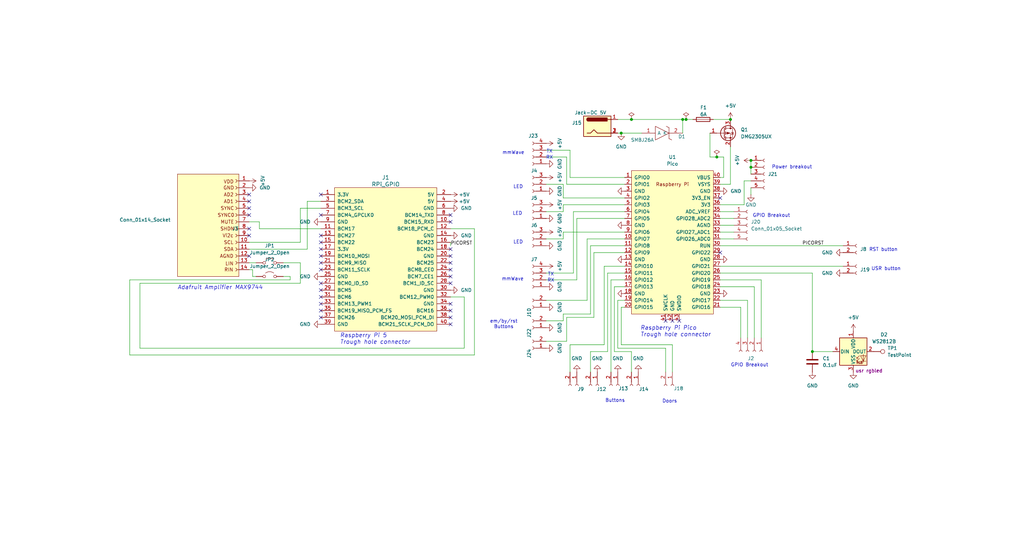
<source format=kicad_sch>
(kicad_sch (version 20231120) (generator "eeschema") (generator_version "8.0")
  (paper "User" 381 203.2)
  (title_block (title "Scan2Go RPI-HAT") (date "2024-04-26") (rev "V0.1") (company "Casper R. Tak"))
  (lib_symbols
    (symbol "Connector:Conn_01x02_Socket" (pin_names (offset 1.016) hide)
      (property "Reference" "J" (at 0 2.54 0))
      (property "Value" "Conn_01x02_Socket" (at 0 -5.08 0))
      (symbol "Conn_01x02_Socket_1_1"
        (pin passive line (at -5.08 0 0) (length 3.81) (name "Pin_1") (number "1"))
        (pin passive line (at -5.08 -2.54 0) (length 3.81) (name "Pin_2") (number "2"))
      )
    )
    (symbol "Connector:Conn_01x03_Socket" (pin_names (offset 1.016) hide)
      (property "Reference" "J" (at 0 5.08 0))
      (property "Value" "Conn_01x03_Socket" (at 0 -5.08 0))
      (symbol "Conn_01x03_Socket_1_1"
        (pin passive line (at -5.08 2.54 0) (length 3.81) (name "Pin_1") (number "1"))
        (pin passive line (at -5.08 0 0) (length 3.81) (name "Pin_2") (number "2"))
        (pin passive line (at -5.08 -2.54 0) (length 3.81) (name "Pin_3") (number "3"))
      )
    )
    (symbol "Connector:Conn_01x04_Socket" (pin_names (offset 1.016) hide)
      (property "Reference" "J" (at 0 5.08 0))
      (property "Value" "Conn_01x04_Socket" (at 0 -7.62 0))
      (symbol "Conn_01x04_Socket_1_1"
        (pin passive line (at -5.08 2.54 0) (length 3.81) (name "Pin_1") (number "1"))
        (pin passive line (at -5.08 0 0) (length 3.81) (name "Pin_2") (number "2"))
        (pin passive line (at -5.08 -2.54 0) (length 3.81) (name "Pin_3") (number "3"))
        (pin passive line (at -5.08 -5.08 0) (length 3.81) (name "Pin_4") (number "4"))
      )
    )
    (symbol "Connector:Conn_01x05_Socket" (pin_names (offset 1.016) hide)
      (property "Reference" "J" (at 0 7.62 0))
      (property "Value" "Conn_01x05_Socket" (at 0 -7.62 0))
      (symbol "Conn_01x05_Socket_1_1"
        (pin passive line (at -5.08 5.08 0) (length 3.81) (name "Pin_1") (number "1"))
        (pin passive line (at -5.08 2.54 0) (length 3.81) (name "Pin_2") (number "2"))
        (pin passive line (at -5.08 0 0) (length 3.81) (name "Pin_3") (number "3"))
        (pin passive line (at -5.08 -2.54 0) (length 3.81) (name "Pin_4") (number "4"))
        (pin passive line (at -5.08 -5.08 0) (length 3.81) (name "Pin_5") (number "5"))
      )
    )
    (symbol "Connector:Conn_01x14_Socket" (pin_names (offset 1.016) hide)
      (property "Reference" "J3" (at 29.21 -3.8099 0))
      (property "Value" "Conn_01x14_Socket" (at 29.21 -6.3499 0))
      (symbol "Conn_01x14_Socket_1_1"
        (text "AD1\n" (at 27.94 6.35 0) (effects (font (size 1.27 1.27))))
        (text "AD2" (at 27.94 8.89 0) (effects (font (size 1.27 1.27))))
        (text "AGND" (at 27.178 -13.97 0) (effects (font (size 1.27 1.27))))
        (text "GND\n" (at 27.94 11.43 0) (effects (font (size 1.27 1.27))))
        (text "LIN" (at 28.194 -16.764 0) (effects (font (size 1.27 1.27))))
        (text "MUTE" (at 27.432 -1.27 0) (effects (font (size 1.27 1.27))))
        (text "RIN" (at 27.94 -19.05 0) (effects (font (size 1.27 1.27))))
        (text "SCL" (at 27.94 -8.89 0) (effects (font (size 1.27 1.27))))
        (text "SDA" (at 27.94 -11.43 0) (effects (font (size 1.27 1.27))))
        (text "SHDN" (at 27.432 -3.81 0) (effects (font (size 1.27 1.27))))
        (text "SYNC\n" (at 27.432 3.81 0) (effects (font (size 1.27 1.27))))
        (text "SYNC0" (at 26.924 1.27 0) (effects (font (size 1.27 1.27))))
        (text "VDD\n" (at 27.94 13.716 0) (effects (font (size 1.27 1.27))))
        (text "Vi2c" (at 27.686 -6.35 0) (effects (font (size 1.27 1.27))))
        (pin passive line (at 35.56 13.97 180) (length 3.81) (name "VDD") (number "1"))
        (pin passive line (at 35.56 -8.89 180) (length 3.81) (name "SCL") (number "10"))
        (pin passive line (at 35.56 -11.43 180) (length 3.81) (name "SDA") (number "11"))
        (pin passive line (at 35.56 -13.97 180) (length 3.81) (name "AGND") (number "12"))
        (pin passive line (at 35.56 -16.51 180) (length 3.81) (name "LIN") (number "13"))
        (pin passive line (at 35.56 -19.05 180) (length 3.81) (name "RIN") (number "14"))
        (pin passive line (at 35.56 11.43 180) (length 3.81) (name "GND") (number "2"))
        (pin passive line (at 35.56 8.89 180) (length 3.81) (name "AD2") (number "3"))
        (pin passive line (at 35.56 6.35 180) (length 3.81) (name "AD1") (number "4"))
        (pin passive line (at 35.56 3.81 180) (length 3.81) (name "SYNC") (number "5"))
        (pin passive line (at 35.56 1.27 180) (length 3.81) (name "SYNC0") (number "6"))
        (pin passive line (at 35.56 -1.27 180) (length 3.81) (name "MUTE") (number "7"))
        (pin passive line (at 35.56 -3.81 180) (length 3.81) (name "SHDN") (number "8"))
        (pin passive line (at 35.56 -6.35 180) (length 3.81) (name "Vi2c") (number "9"))
      )
    )
    (symbol "Connector:Jack-DC" (pin_names (offset 1.016))
      (property "Reference" "J5" (at -6.35 0 0))
      (property "Value" "Jack-DC 12V+" (at -2.54 5.08 0))
      (symbol "Jack-DC_1_1"
        (pin passive line (at 7.62 2.54 180) (length 2.54) (name "~") (number "1"))
        (pin passive line (at 7.62 -2.54 180) (length 2.54) (name "~") (number "2"))
        (pin passive line (at 7.62 -2.54 180) (length 2.54) (name "~") (number "3"))
      )
    )
    (symbol "Connector:TestPoint" (pin_numbers hide) (pin_names (offset 0.762) hide)
      (property "Reference" "TP" (at 0 6.858 0))
      (property "Value" "TestPoint" (at 0 5.08 0))
      (symbol "TestPoint_1_1"
        (pin passive line (at 0 0 90) (length 2.54) (name "1") (number "1"))
      )
    )
    (symbol "Device:C" (pin_numbers hide) (pin_names (offset 0.254))
      (property "Reference" "C" (at 0.635 2.54 0))
      (property "Value" "C" (at 0.635 -2.54 0))
      (symbol "C_1_1"
        (pin passive line (at 0 3.81 270) (length 2.794) (name "~") (number "1"))
        (pin passive line (at 0 -3.81 90) (length 2.794) (name "~") (number "2"))
      )
    )
    (symbol "Device:Fuse" (pin_numbers hide) (pin_names (offset 0))
      (property "Reference" "F" (at 2.032 0 90))
      (property "Value" "Fuse" (at -1.905 0 90))
      (symbol "Fuse_1_1"
        (pin passive line (at 0 3.81 270) (length 1.27) (name "~") (number "1"))
        (pin passive line (at 0 -3.81 90) (length 1.27) (name "~") (number "2"))
      )
    )
    (symbol "Jumper:Jumper_2_Open" (pin_numbers hide) (pin_names (offset 0) hide) (exclude_from_sim yes)
      (property "Reference" "JP" (at 0 2.794 0))
      (property "Value" "Jumper_2_Open" (at 0 -2.286 0))
      (symbol "Jumper_2_Open_1_1"
        (pin passive line (at -5.08 0 0) (length 2.54) (name "A") (number "1"))
        (pin passive line (at 5.08 0 180) (length 2.54) (name "B") (number "2"))
      )
    )
    (symbol "LED:WS2812B" (pin_names (offset 0.254))
      (property "Reference" "D" (at 5.08 5.715 0))
      (property "Value" "WS2812B" (at 1.27 -5.715 0))
      (symbol "WS2812B_0_0"
        (text "RGB" (at 2.286 -4.191 0) (effects (font (size 0.762 0.762))))
      )
      (symbol "WS2812B_1_1"
        (pin power_in line (at 0 7.62 270) (length 2.54) (name "VDD") (number "1"))
        (pin output line (at 7.62 0 180) (length 2.54) (name "DOUT") (number "2"))
        (pin power_in line (at 0 -7.62 90) (length 2.54) (name "VSS") (number "3"))
        (pin input line (at -7.62 0 0) (length 2.54) (name "DIN") (number "4"))
      )
    )
    (symbol "MCU_RaspberryPi_and_Boards:Pico" (pin_names (offset 1.016))
      (property "Reference" "U1" (at 0 31.75 0))
      (property "Value" "Pico" (at 0 29.21 0))
      (symbol "Pico_0_0"
        (text "Raspberry Pi" (at 0 21.59 0) (effects (font (size 1.27 1.27))))
      )
      (symbol "Pico_1_1"
        (pin bidirectional line (at -17.78 24.13 0) (length 2.54) (name "GPIO0") (number "1"))
        (pin bidirectional line (at -17.78 1.27 0) (length 2.54) (name "GPIO7") (number "10"))
        (pin bidirectional line (at -17.78 -1.27 0) (length 2.54) (name "GPIO8") (number "11"))
        (pin bidirectional line (at -17.78 -3.81 0) (length 2.54) (name "GPIO9") (number "12"))
        (pin power_in line (at -17.78 -6.35 0) (length 2.54) (name "GND") (number "13"))
        (pin bidirectional line (at -17.78 -8.89 0) (length 2.54) (name "GPIO10") (number "14"))
        (pin bidirectional line (at -17.78 -11.43 0) (length 2.54) (name "GPIO11") (number "15"))
        (pin bidirectional line (at -17.78 -13.97 0) (length 2.54) (name "GPIO12") (number "16"))
        (pin bidirectional line (at -17.78 -16.51 0) (length 2.54) (name "GPIO13") (number "17"))
        (pin power_in line (at -17.78 -19.05 0) (length 2.54) (name "GND") (number "18"))
        (pin bidirectional line (at -17.78 -21.59 0) (length 2.54) (name "GPIO14") (number "19"))
        (pin bidirectional line (at -17.78 21.59 0) (length 2.54) (name "GPIO1") (number "2"))
        (pin bidirectional line (at -17.78 -24.13 0) (length 2.54) (name "GPIO15") (number "20"))
        (pin bidirectional line (at 17.78 -24.13 180) (length 2.54) (name "GPIO16") (number "21"))
        (pin bidirectional line (at 17.78 -21.59 180) (length 2.54) (name "GPIO17") (number "22"))
        (pin power_in line (at 17.78 -19.05 180) (length 2.54) (name "GND") (number "23"))
        (pin bidirectional line (at 17.78 -16.51 180) (length 2.54) (name "GPIO18") (number "24"))
        (pin bidirectional line (at 17.78 -13.97 180) (length 2.54) (name "GPIO19") (number "25"))
        (pin bidirectional line (at 17.78 -11.43 180) (length 2.54) (name "GPIO20") (number "26"))
        (pin bidirectional line (at 17.78 -8.89 180) (length 2.54) (name "GPIO21") (number "27"))
        (pin power_in line (at 17.78 -6.35 180) (length 2.54) (name "GND") (number "28"))
        (pin bidirectional line (at 17.78 -3.81 180) (length 2.54) (name "GPIO22") (number "29"))
        (pin power_in line (at -17.78 19.05 0) (length 2.54) (name "GND") (number "3"))
        (pin input line (at 17.78 -1.27 180) (length 2.54) (name "RUN") (number "30"))
        (pin bidirectional line (at 17.78 1.27 180) (length 2.54) (name "GPIO26_ADC0") (number "31"))
        (pin bidirectional line (at 17.78 3.81 180) (length 2.54) (name "GPIO27_ADC1") (number "32"))
        (pin power_in line (at 17.78 6.35 180) (length 2.54) (name "AGND") (number "33"))
        (pin bidirectional line (at 17.78 8.89 180) (length 2.54) (name "GPIO28_ADC2") (number "34"))
        (pin unspecified line (at 17.78 11.43 180) (length 2.54) (name "ADC_VREF") (number "35"))
        (pin unspecified line (at 17.78 13.97 180) (length 2.54) (name "3V3") (number "36"))
        (pin input line (at 17.78 16.51 180) (length 2.54) (name "3V3_EN") (number "37"))
        (pin bidirectional line (at 17.78 19.05 180) (length 2.54) (name "GND") (number "38"))
        (pin unspecified line (at 17.78 21.59 180) (length 2.54) (name "VSYS") (number "39"))
        (pin bidirectional line (at -17.78 16.51 0) (length 2.54) (name "GPIO2") (number "4"))
        (pin unspecified line (at 17.78 24.13 180) (length 2.54) (name "VBUS") (number "40"))
        (pin input line (at -2.54 -29.21 90) (length 2.54) (name "SWCLK") (number "41"))
        (pin power_in line (at 0 -29.21 90) (length 2.54) (name "GND") (number "42"))
        (pin bidirectional line (at 2.54 -29.21 90) (length 2.54) (name "SWDIO") (number "43"))
        (pin bidirectional line (at -17.78 13.97 0) (length 2.54) (name "GPIO3") (number "5"))
        (pin bidirectional line (at -17.78 11.43 0) (length 2.54) (name "GPIO4") (number "6"))
        (pin bidirectional line (at -17.78 8.89 0) (length 2.54) (name "GPIO5") (number "7"))
        (pin power_in line (at -17.78 6.35 0) (length 2.54) (name "GND") (number "8"))
        (pin bidirectional line (at -17.78 3.81 0) (length 2.54) (name "GPIO6") (number "9"))
      )
    )
    (symbol "RPi_GPIO_1" (pin_names (offset 1.016))
      (property "Reference" "J1" (at 19.05 6.35 0))
      (property "Value" "RPi_GPIO" (at 19.05 3.81 0))
      (symbol "RPi_GPIO_1_1_1"
        (pin power_in line (at -5.08 0 0) (length 5.08) (name "3.3V") (number "1"))
        (pin bidirectional line (at 43.18 -10.16 180) (length 5.08) (name "BCM15_RXD") (number "10"))
        (pin bidirectional line (at -5.08 -12.7 0) (length 5.08) (name "BCM17") (number "11"))
        (pin bidirectional line (at 43.18 -12.7 180) (length 5.08) (name "BCM18_PCM_C") (number "12"))
        (pin bidirectional line (at -5.08 -15.24 0) (length 5.08) (name "BCM27") (number "13"))
        (pin power_in line (at 43.18 -15.24 180) (length 5.08) (name "GND") (number "14"))
        (pin bidirectional line (at -5.08 -17.78 0) (length 5.08) (name "BCM22") (number "15"))
        (pin bidirectional line (at 43.18 -17.78 180) (length 5.08) (name "BCM23") (number "16"))
        (pin power_in line (at -5.08 -20.32 0) (length 5.08) (name "3.3V") (number "17"))
        (pin bidirectional line (at 43.18 -20.32 180) (length 5.08) (name "BCM24") (number "18"))
        (pin bidirectional line (at -5.08 -22.86 0) (length 5.08) (name "BCM10_MOSI") (number "19"))
        (pin power_in line (at 43.18 0 180) (length 5.08) (name "5V") (number "2"))
        (pin power_in line (at 43.18 -22.86 180) (length 5.08) (name "GND") (number "20"))
        (pin bidirectional line (at -5.08 -25.4 0) (length 5.08) (name "BCM9_MISO") (number "21"))
        (pin bidirectional line (at 43.18 -25.4 180) (length 5.08) (name "BCM25") (number "22"))
        (pin bidirectional line (at -5.08 -27.94 0) (length 5.08) (name "BCM11_SCLK") (number "23"))
        (pin bidirectional line (at 43.18 -27.94 180) (length 5.08) (name "BCM8_CE0") (number "24"))
        (pin power_in line (at -5.08 -30.48 0) (length 5.08) (name "GND") (number "25"))
        (pin bidirectional line (at 43.18 -30.48 180) (length 5.08) (name "BCM7_CE1") (number "26"))
        (pin bidirectional line (at -5.08 -33.02 0) (length 5.08) (name "BCM0_ID_SD") (number "27"))
        (pin bidirectional line (at 43.18 -33.02 180) (length 5.08) (name "BCM1_ID_SC") (number "28"))
        (pin bidirectional line (at -5.08 -35.56 0) (length 5.08) (name "BCM5") (number "29"))
        (pin bidirectional line (at -5.08 -2.54 0) (length 5.08) (name "BCM2_SDA") (number "3"))
        (pin power_in line (at 43.18 -35.56 180) (length 5.08) (name "GND") (number "30"))
        (pin bidirectional line (at -5.08 -38.1 0) (length 5.08) (name "BCM6") (number "31"))
        (pin bidirectional line (at 43.18 -38.1 180) (length 5.08) (name "BCM12_PWM0") (number "32"))
        (pin bidirectional line (at -5.08 -40.64 0) (length 5.08) (name "BCM13_PWM1") (number "33"))
        (pin power_in line (at 43.18 -40.64 180) (length 5.08) (name "GND") (number "34"))
        (pin bidirectional line (at -5.08 -43.18 0) (length 5.08) (name "BCM19_MISO_PCM_FS") (number "35"))
        (pin bidirectional line (at 43.18 -43.18 180) (length 5.08) (name "BCM16") (number "36"))
        (pin bidirectional line (at -5.08 -45.72 0) (length 5.08) (name "BCM26") (number "37"))
        (pin bidirectional line (at 43.18 -45.72 180) (length 5.08) (name "BCM20_MOSI_PCM_DI") (number "38"))
        (pin power_in line (at -5.08 -48.26 0) (length 5.08) (name "GND") (number "39"))
        (pin power_in line (at 43.18 -2.54 180) (length 5.08) (name "5V") (number "4"))
        (pin bidirectional line (at 43.18 -48.26 180) (length 5.08) (name "BCM21_SCLK_PCM_DO") (number "40"))
        (pin bidirectional line (at -5.08 -5.08 0) (length 5.08) (name "BCM3_SCL") (number "5"))
        (pin power_in line (at 43.18 -5.08 180) (length 5.08) (name "GND") (number "6"))
        (pin bidirectional line (at -5.08 -7.62 0) (length 5.08) (name "BCM4_GPCLK0") (number "7"))
        (pin bidirectional line (at 43.18 -7.62 180) (length 5.08) (name "BCM14_TXD") (number "8"))
        (pin power_in line (at -5.08 -10.16 0) (length 5.08) (name "GND") (number "9"))
      )
    )
    (symbol "SamacSys_Parts:SMBJ26A" (pin_names (offset 0.762))
      (property "Reference" "D1" (at -1.016 1.27 0))
      (property "Value" "SMBJ26A" (at 10.668 2.54 0))
      (symbol "SMBJ26A_1_0"
        (pin passive line (at 15.24 0 180) (length 5.08) (name "A") (number "1"))
        (pin passive line (at 0 0 0) (length 5.08) (name "K") (number "2"))
      )
    )
    (symbol "Transistor_FET:DMG2301L" (pin_names hide)
      (property "Reference" "Q" (at 5.08 1.905 0))
      (property "Value" "DMG2301L" (at 5.08 0 0))
      (symbol "DMG2301L_1_1"
        (pin input line (at -5.08 0 0) (length 2.54) (name "G") (number "1"))
        (pin passive line (at 2.54 -5.08 90) (length 2.54) (name "S") (number "2"))
        (pin passive line (at 2.54 5.08 270) (length 2.54) (name "D") (number "3"))
      )
    )
    (symbol "power:+5V" (power) (pin_numbers hide) (pin_names (offset 0) hide)
      (property "Value" "+5V" (at 0 3.556 0))
      (symbol "+5V_1_1"
        (pin power_in line (at 0 0 90) (length 0) (name "~") (number "1"))
      )
    )
    (symbol "power:GND" (power) (pin_numbers hide) (pin_names (offset 0) hide)
      (property "Value" "GND" (at 0 -3.81 0))
      (symbol "GND_1_1"
        (pin power_in line (at 0 0 270) (length 0) (name "~") (number "1"))
      )
    )
    (symbol "power:PWR_FLAG" (power) (pin_numbers hide) (pin_names (offset 0) hide)
      (property "Value" "PWR_FLAG" (at 0 3.81 0))
      (symbol "PWR_FLAG_0_0"
        (pin power_out line (at 0 0 90) (length 0) (name "pwr") (number "1"))
      )
    )
  )
  (junction (at 255.27 44.45))
  (junction (at 254 44.45))
  (junction (at 231.14 49.53))
  (junction (at 302.26 130.81))
  (junction (at 279.4 62.23))
  (junction (at 234.95 44.45))
  (junction (at 266.7 58.42))
  (junction (at 279.4 59.69))
  (junction (at 271.78 44.45))
  (no_connect (at 167.64 80.01))
  (no_connect (at 119.38 115.57))
  (no_connect (at 167.64 95.25))
  (no_connect (at 119.38 90.17))
  (no_connect (at 119.38 97.79))
  (no_connect (at 92.71 72.39))
  (no_connect (at 119.38 110.49))
  (no_connect (at 167.64 118.11))
  (no_connect (at 119.38 87.63))
  (no_connect (at 267.97 73.66))
  (no_connect (at 119.38 113.03))
  (no_connect (at 250.19 119.38))
  (no_connect (at 119.38 80.01))
  (no_connect (at 92.71 77.47))
  (no_connect (at 252.73 119.38))
  (no_connect (at 167.64 120.65))
  (no_connect (at 119.38 92.71))
  (no_connect (at 167.64 92.71))
  (no_connect (at 119.38 100.33))
  (no_connect (at 247.65 119.38))
  (no_connect (at 92.71 95.25))
  (no_connect (at 119.38 105.41))
  (no_connect (at 167.64 100.33))
  (no_connect (at 119.38 107.95))
  (no_connect (at 167.64 102.87))
  (no_connect (at 267.97 93.98))
  (no_connect (at 119.38 118.11))
  (no_connect (at 119.38 72.39))
  (no_connect (at 92.71 87.63))
  (no_connect (at 92.71 85.09))
  (no_connect (at 167.64 115.57))
  (no_connect (at 167.64 105.41))
  (no_connect (at 92.71 80.01))
  (no_connect (at 119.38 95.25))
  (no_connect (at 92.71 74.93))
  (no_connect (at 167.64 82.55))
  (no_connect (at 167.64 113.03))
  (no_connect (at 167.64 97.79))
  (wire (pts (xy 209.55 68.58) (xy 209.55 73.66)))
  (wire (pts (xy 167.64 110.49) (xy 172.72 110.49)))
  (wire (pts (xy 234.95 44.45) (xy 254 44.45)))
  (wire (pts (xy 280.67 106.68) (xy 267.97 106.68)))
  (wire (pts (xy 96.52 85.09) (xy 96.52 82.55)))
  (wire (pts (xy 283.21 125.73) (xy 283.21 104.14)))
  (wire (pts (xy 209.55 86.36) (xy 232.41 86.36)))
  (wire (pts (xy 279.4 62.23) (xy 279.4 64.77)))
  (wire (pts (xy 267.97 66.04) (xy 269.24 66.04)))
  (wire (pts (xy 219.71 138.43) (xy 219.71 130.81)))
  (wire (pts (xy 232.41 111.76) (xy 229.87 111.76)))
  (wire (pts (xy 226.06 130.81) (xy 226.06 101.6)))
  (wire (pts (xy 276.86 76.2) (xy 276.86 67.31)))
  (wire (pts (xy 203.2 111.76) (xy 218.44 111.76)))
  (wire (pts (xy 95.25 97.79) (xy 92.71 97.79)))
  (wire (pts (xy 224.79 128.27) (xy 212.09 128.27)))
  (wire (pts (xy 93.98 100.33) (xy 92.71 100.33)))
  (wire (pts (xy 214.63 81.28) (xy 214.63 104.14)))
  (wire (pts (xy 229.87 111.76) (xy 229.87 129.54)))
  (wire (pts (xy 254 44.45) (xy 255.27 44.45)))
  (wire (pts (xy 111.76 105.41) (xy 111.76 97.79)))
  (wire (pts (xy 114.3 74.93) (xy 119.38 74.93)))
  (wire (pts (xy 267.97 81.28) (xy 273.05 81.28)))
  (wire (pts (xy 278.13 111.76) (xy 267.97 111.76)))
  (wire (pts (xy 229.87 129.54) (xy 247.65 129.54)))
  (wire (pts (xy 250.19 138.43) (xy 250.19 128.27)))
  (wire (pts (xy 267.97 88.9) (xy 273.05 88.9)))
  (wire (pts (xy 269.24 58.42) (xy 266.7 58.42)))
  (wire (pts (xy 275.59 114.3) (xy 267.97 114.3)))
  (wire (pts (xy 247.65 129.54) (xy 247.65 138.43)))
  (wire (pts (xy 218.44 111.76) (xy 218.44 88.9)))
  (wire (pts (xy 227.33 104.14) (xy 232.41 104.14)))
  (wire (pts (xy 105.41 102.87) (xy 107.95 102.87)))
  (wire (pts (xy 48.26 104.14) (xy 48.26 132.08)))
  (wire (pts (xy 203.2 127) (xy 210.82 127)))
  (wire (pts (xy 231.14 49.53) (xy 238.76 49.53)))
  (wire (pts (xy 209.55 119.38) (xy 203.2 119.38)))
  (wire (pts (xy 93.98 102.87) (xy 93.98 100.33)))
  (wire (pts (xy 271.78 54.61) (xy 271.78 68.58)))
  (wire (pts (xy 267.97 78.74) (xy 273.05 78.74)))
  (wire (pts (xy 271.78 68.58) (xy 267.97 68.58)))
  (wire (pts (xy 224.79 99.06) (xy 224.79 128.27)))
  (wire (pts (xy 234.95 138.43) (xy 234.95 130.81)))
  (wire (pts (xy 267.97 91.44) (xy 313.69 91.44)))
  (wire (pts (xy 210.82 58.42) (xy 210.82 68.58)))
  (wire (pts (xy 176.53 132.08) (xy 176.53 85.09)))
  (wire (pts (xy 52.07 129.54) (xy 52.07 105.41)))
  (wire (pts (xy 92.71 92.71) (xy 114.3 92.71)))
  (wire (pts (xy 229.87 44.45) (xy 234.95 44.45)))
  (wire (pts (xy 212.09 55.88) (xy 212.09 66.04)))
  (wire (pts (xy 111.76 97.79) (xy 105.41 97.79)))
  (wire (pts (xy 212.09 128.27) (xy 212.09 138.43)))
  (wire (pts (xy 231.14 128.27) (xy 231.14 114.3)))
  (wire (pts (xy 283.21 104.14) (xy 267.97 104.14)))
  (wire (pts (xy 203.2 68.58) (xy 209.55 68.58)))
  (wire (pts (xy 214.63 104.14) (xy 203.2 104.14)))
  (wire (pts (xy 220.98 93.98) (xy 232.41 93.98)))
  (wire (pts (xy 95.25 102.87) (xy 93.98 102.87)))
  (wire (pts (xy 210.82 118.11) (xy 220.98 118.11)))
  (wire (pts (xy 228.6 106.68) (xy 232.41 106.68)))
  (wire (pts (xy 107.95 102.87) (xy 107.95 104.14)))
  (wire (pts (xy 167.64 85.09) (xy 176.53 85.09)))
  (wire (pts (xy 209.55 116.84) (xy 209.55 119.38)))
  (wire (pts (xy 267.97 76.2) (xy 276.86 76.2)))
  (wire (pts (xy 302.26 130.81) (xy 302.26 101.6)))
  (wire (pts (xy 219.71 91.44) (xy 219.71 116.84)))
  (wire (pts (xy 254 44.45) (xy 254 49.53)))
  (wire (pts (xy 255.27 44.45) (xy 257.81 44.45)))
  (wire (pts (xy 280.67 125.73) (xy 280.67 106.68)))
  (wire (pts (xy 267.97 86.36) (xy 273.05 86.36)))
  (wire (pts (xy 250.19 128.27) (xy 231.14 128.27)))
  (wire (pts (xy 227.33 104.14) (xy 227.33 138.43)))
  (wire (pts (xy 279.4 69.85) (xy 279.4 72.39)))
  (wire (pts (xy 96.52 82.55) (xy 92.71 82.55)))
  (wire (pts (xy 210.82 58.42) (xy 203.2 58.42)))
  (wire (pts (xy 209.55 73.66) (xy 232.41 73.66)))
  (wire (pts (xy 52.07 105.41) (xy 111.76 105.41)))
  (wire (pts (xy 265.43 44.45) (xy 271.78 44.45)))
  (wire (pts (xy 48.26 132.08) (xy 176.53 132.08)))
  (wire (pts (xy 92.71 90.17) (xy 111.76 90.17)))
  (wire (pts (xy 231.14 114.3) (xy 232.41 114.3)))
  (wire (pts (xy 234.95 130.81) (xy 228.6 130.81)))
  (wire (pts (xy 264.16 58.42) (xy 264.16 49.53)))
  (wire (pts (xy 119.38 85.09) (xy 96.52 85.09)))
  (wire (pts (xy 279.4 59.69) (xy 279.4 62.23)))
  (wire (pts (xy 172.72 129.54) (xy 52.07 129.54)))
  (wire (pts (xy 203.2 55.88) (xy 212.09 55.88)))
  (wire (pts (xy 226.06 101.6) (xy 232.41 101.6)))
  (wire (pts (xy 276.86 67.31) (xy 279.4 67.31)))
  (wire (pts (xy 213.36 101.6) (xy 203.2 101.6)))
  (wire (pts (xy 218.44 88.9) (xy 232.41 88.9)))
  (wire (pts (xy 278.13 111.76) (xy 278.13 125.73)))
  (wire (pts (xy 219.71 130.81) (xy 226.06 130.81)))
  (wire (pts (xy 209.55 78.74) (xy 209.55 76.2)))
  (wire (pts (xy 214.63 81.28) (xy 232.41 81.28)))
  (wire (pts (xy 224.79 99.06) (xy 232.41 99.06)))
  (wire (pts (xy 229.87 49.53) (xy 231.14 49.53)))
  (wire (pts (xy 48.26 104.14) (xy 107.95 104.14)))
  (wire (pts (xy 275.59 114.3) (xy 275.59 125.73)))
  (wire (pts (xy 210.82 68.58) (xy 232.41 68.58)))
  (wire (pts (xy 267.97 99.06) (xy 313.69 99.06)))
  (wire (pts (xy 114.3 92.71) (xy 114.3 74.93)))
  (wire (pts (xy 212.09 66.04) (xy 232.41 66.04)))
  (wire (pts (xy 302.26 130.81) (xy 309.88 130.81)))
  (wire (pts (xy 269.24 66.04) (xy 269.24 58.42)))
  (wire (pts (xy 220.98 118.11) (xy 220.98 93.98)))
  (wire (pts (xy 232.41 91.44) (xy 219.71 91.44)))
  (wire (pts (xy 172.72 110.49) (xy 172.72 129.54)))
  (wire (pts (xy 302.26 101.6) (xy 267.97 101.6)))
  (wire (pts (xy 111.76 77.47) (xy 119.38 77.47)))
  (wire (pts (xy 203.2 78.74) (xy 209.55 78.74)))
  (wire (pts (xy 209.55 76.2) (xy 232.41 76.2)))
  (wire (pts (xy 266.7 58.42) (xy 264.16 58.42)))
  (wire (pts (xy 213.36 78.74) (xy 213.36 101.6)))
  (wire (pts (xy 213.36 78.74) (xy 232.41 78.74)))
  (wire (pts (xy 167.64 91.44) (xy 167.64 90.17)))
  (wire (pts (xy 203.2 88.9) (xy 209.55 88.9)))
  (wire (pts (xy 228.6 130.81) (xy 228.6 106.68)))
  (wire (pts (xy 210.82 118.11) (xy 210.82 127)))
  (wire (pts (xy 209.55 116.84) (xy 219.71 116.84)))
  (wire (pts (xy 267.97 83.82) (xy 273.05 83.82)))
  (wire (pts (xy 209.55 88.9) (xy 209.55 86.36)))
  (wire (pts (xy 111.76 90.17) (xy 111.76 77.47)))
  (text "RX\n" (at 204.978 104.394 0) (effects (font (size 1.27 1.27))))
  (text "mmWave\n" (at 190.754 103.886 0) (effects (font (size 1.27 1.27))))
  (text "Adafruit Amplifier MAX9744 " (at 66.04 107.95 0) (effects (font (size 1.524 1.524) (italic yes)) (justify left bottom)))
  (text "LED\n" (at 192.786 69.596 0) (effects (font (size 1.27 1.27))))
  (text "USR button\n" (at 329.692 100.076 0) (effects (font (size 1.27 1.27))))
  (text "Buttons\n" (at 228.854 149.098 0) (effects (font (size 1.27 1.27))))
  (text "GPIO Breakout\n" (at 287.02 80.264 0) (effects (font (size 1.27 1.27))))
  (text "RST button\n" (at 328.676 92.964 0) (effects (font (size 1.27 1.27))))
  (text "LED\n" (at 192.532 79.502 0) (effects (font (size 1.27 1.27))))
  (text "GPIO Breakout\n" (at 278.892 135.89 0) (effects (font (size 1.27 1.27))))
  (text "Doors\n" (at 249.174 149.352 0) (effects (font (size 1.27 1.27))))
  (text "mmWave\n" (at 191.008 56.896 0) (effects (font (size 1.27 1.27))))
  (text "Raspberry Pi Pico\nTrough hole connector" (at 238.252 125.476 0) (effects (font (size 1.524 1.524) (italic yes)) (justify left bottom)))
  (text "TX\n" (at 204.47 56.388 0) (effects (font (size 1.27 1.27))))
  (text "LED\n" (at 192.786 90.17 0) (effects (font (size 1.27 1.27))))
  (text "TX\n" (at 204.978 102.108 0) (effects (font (size 1.27 1.27))))
  (text "Raspberry Pi 5\nTrough hole connector\n" (at 126.492 128.27 0) (effects (font (size 1.524 1.524) (italic yes)) (justify left bottom)))
  (text "em/by/rst\nButtons" (at 187.452 120.65 0) (effects (font (size 1.27 1.27))))
  (text "RX\n" (at 204.47 58.674 0) (effects (font (size 1.27 1.27))))
  (text "Power breakout " (at 295.148 62.23 0) (effects (font (size 1.27 1.27))))
  (label "PICORST" (at 298.45 91.44 0))
  (label "PICORST" (at 167.64 91.44 0))
  (symbol (lib_id "power:GND") (at 203.2 81.28 90) (unit 1)
    (property "Reference" "#PWR06" (effects (hide yes)))
    (property "Value" "GND" (at 208.28 81.28 0))
    (property "Description" "Power symbol creates a global label with name \"GND\" , ground" (effects (hide yes)))
  )
  (symbol (lib_id "Connector:Conn_01x05_Socket") (at 284.48 64.77 0) (unit 1)
    (property "Reference" "J21" (at 285.75 64.7699 0) (effects (justify left)))
    (property "Value" "Conn_01x05_Socket" (effects (hide yes)))
    (property "Footprint" "Connector_JST:JST_EH_B5B-EH-A_1x05_P2.50mm_Vertical" (effects (hide yes)))
    (property "Description" "Generic connector, single row, 01x05, script generated" (effects (hide yes)))
  )
  (symbol (lib_id "Connector:Conn_01x02_Socket") (at 198.12 121.92 180) (unit 1)
    (property "Reference" "J22" (at 196.85 122.174 90) (effects (justify left)))
    (property "Value" "Conn_01x02_Socket" (effects (hide yes)))
    (property "Footprint" "Connector_JST:JST_EH_B2B-EH-A_1x02_P2.50mm_Vertical" (effects (hide yes)))
    (property "Description" "Generic connector, single row, 01x02, script generated" (effects (hide yes)))
  )
  (symbol (lib_id "power:+5V") (at 167.64 74.93 270) (unit 1)
    (property "Reference" "#PWR043" (effects (hide yes)))
    (property "Value" "+5V" (at 172.72 74.93 90))
    (property "Description" "Power symbol creates a global label with name \"+5V\"" (effects (hide yes)))
  )
  (symbol (lib_id "Connector:Conn_01x02_Socket") (at 318.77 91.44 0) (unit 1)
    (property "Reference" "J8" (at 320.04 92.7099 0) (effects (justify left)))
    (property "Value" "Conn_01x02_Socket" (effects (hide yes)))
    (property "Footprint" "Connector_JST:JST_EH_B2B-EH-A_1x02_P2.50mm_Vertical" (effects (hide yes)))
    (property "Description" "Generic connector, single row, 01x02, script generated" (effects (hide yes)))
  )
  (symbol (lib_id "power:PWR_FLAG") (at 234.95 44.45 0) (unit 1)
    (property "Reference" "#FLG01" (effects (hide yes)))
    (property "Value" "PWR_FLAG" (effects (hide yes)))
  )
  (symbol (lib_id "power:GND") (at 267.97 109.22 90) (unit 1)
    (property "Reference" "#PWR042" (effects (hide yes)))
    (property "Value" "GND" (effects (hide yes)))
    (property "Description" "Power symbol creates a global label with name \"GND\" , ground" (effects (hide yes)))
  )
  (symbol (lib_id "Connector:Conn_01x02_Socket") (at 318.77 99.06 0) (unit 1)
    (property "Reference" "J19" (at 320.04 100.3299 0) (effects (justify left)))
    (property "Value" "Conn_01x02_Socket" (effects (hide yes)))
    (property "Footprint" "Connector_JST:JST_EH_B2B-EH-A_1x02_P2.50mm_Vertical" (effects (hide yes)))
    (property "Description" "Generic connector, single row, 01x02, script generated" (effects (hide yes)))
  )
  (symbol (lib_id "power:+5V") (at 203.2 76.2 270) (unit 1)
    (property "Reference" "#PWR07" (effects (hide yes)))
    (property "Value" "+5V" (at 208.28 76.2 0))
    (property "Description" "Power symbol creates a global label with name \"+5V\"" (effects (hide yes)))
  )
  (symbol (lib_id "power:+5V") (at 203.2 99.06 270) (unit 1)
    (property "Reference" "#PWR011" (effects (hide yes)))
    (property "Value" "+5V" (at 208.28 99.06 0))
    (property "Description" "Power symbol creates a global label with name \"+5V\"" (effects (hide yes)))
  )
  (symbol (lib_id "power:GND") (at 203.2 60.96 90) (unit 1)
    (property "Reference" "#PWR015" (effects (hide yes)))
    (property "Value" "GND" (at 208.28 60.96 0))
    (property "Description" "Power symbol creates a global label with name \"GND\" , ground" (effects (hide yes)))
  )
  (symbol (lib_id "Connector:Conn_01x04_Socket") (at 198.12 104.14 180) (unit 1)
    (property "Reference" "J7" (at 198.755 96.52 0))
    (property "Value" "Conn_01x04_Socket" (effects (hide yes)))
    (property "Footprint" "Connector_JST:JST_EH_B4B-EH-A_1x04_P2.50mm_Vertical" (effects (hide yes)))
    (property "Description" "Generic connector, single row, 01x04, script generated" (effects (hide yes)))
  )
  (symbol (lib_id "power:GND") (at 313.69 101.6 270) (unit 1)
    (property "Reference" "#PWR028" (effects (hide yes)))
    (property "Value" "GND" (at 309.88 101.5999 90) (effects (justify right)))
    (property "Description" "Power symbol creates a global label with name \"GND\" , ground" (effects (hide yes)))
  )
  (symbol (lib_id "power:GND") (at 119.38 102.87 270) (unit 1)
    (property "Reference" "#PWR035" (effects (hide yes)))
    (property "Value" "GND" (at 115.57 102.8699 90) (effects (justify right)))
    (property "Description" "Power symbol creates a global label with name \"GND\" , ground" (effects (hide yes)))
  )
  (symbol (lib_id "power:GND") (at 92.71 69.85 90) (unit 1)
    (property "Reference" "#PWR01" (effects (hide yes)))
    (property "Value" "GND" (at 96.52 69.8499 90) (effects (justify right)))
    (property "Description" "Power symbol creates a global label with name \"GND\" , ground" (effects (hide yes)))
  )
  (symbol (lib_id "power:GND") (at 167.64 87.63 90) (unit 1)
    (property "Reference" "#PWR032" (effects (hide yes)))
    (property "Value" "GND" (at 171.45 87.6299 90) (effects (justify right)))
    (property "Description" "Power symbol creates a global label with name \"GND\" , ground" (effects (hide yes)))
  )
  (symbol (lib_id "power:GND") (at 232.41 71.12 270) (unit 1)
    (property "Reference" "#PWR037" (effects (hide yes)))
    (property "Value" "GND" (effects (hide yes)))
    (property "Description" "Power symbol creates a global label with name \"GND\" , ground" (effects (hide yes)))
  )
  (symbol (lib_id "power:GND") (at 203.2 106.68 90) (unit 1)
    (property "Reference" "#PWR010" (effects (hide yes)))
    (property "Value" "GND" (at 208.28 106.68 0))
    (property "Description" "Power symbol creates a global label with name \"GND\" , ground" (effects (hide yes)))
  )
  (symbol (lib_id "power:GND") (at 222.25 138.43 180) (unit 1)
    (property "Reference" "#PWR019" (effects (hide yes)))
    (property "Value" "GND" (at 222.25 133.35 0))
    (property "Description" "Power symbol creates a global label with name \"GND\" , ground" (effects (hide yes)))
  )
  (symbol (lib_id "power:GND") (at 313.69 93.98 270) (unit 1)
    (property "Reference" "#PWR029" (effects (hide yes)))
    (property "Value" "GND" (at 309.88 93.9799 90) (effects (justify right)))
    (property "Description" "Power symbol creates a global label with name \"GND\" , ground" (effects (hide yes)))
  )
  (symbol (lib_id "Device:C") (at 302.26 134.62 0) (unit 1)
    (property "Reference" "C1" (at 306.07 133.3499 0) (effects (justify left)))
    (property "Value" "0.1uF" (at 306.07 135.8899 0) (effects (justify left)))
    (property "Footprint" "Capacitor_SMD:C_1206_3216Metric_Pad1.33x1.80mm_HandSolder" (effects (hide yes)))
    (property "Description" "Unpolarized capacitor" (effects (hide yes)))
  )
  (symbol (lib_id "power:GND") (at 119.38 82.55 270) (unit 1)
    (property "Reference" "#PWR036" (effects (hide yes)))
    (property "Value" "GND" (at 115.57 82.5499 90) (effects (justify right)))
    (property "Description" "Power symbol creates a global label with name \"GND\" , ground" (effects (hide yes)))
  )
  (symbol (lib_id "Connector:TestPoint") (at 325.12 130.81 270) (unit 1)
    (property "Reference" "TP1" (at 330.2 129.5399 90) (effects (justify left)))
    (property "Value" "TestPoint" (at 330.2 132.0799 90) (effects (justify left)))
    (property "Footprint" "TestPoint:TestPoint_Pad_2.0x2.0mm" (effects (hide yes)))
    (property "Description" "test point" (effects (hide yes)))
  )
  (symbol (lib_id "power:+5V") (at 203.2 66.04 270) (unit 1)
    (property "Reference" "#PWR04" (effects (hide yes)))
    (property "Value" "+5V" (at 208.28 66.04 0))
    (property "Description" "Power symbol creates a global label with name \"+5V\"" (effects (hide yes)))
  )
  (symbol (lib_id "Connector:Conn_01x02_Socket") (at 222.25 143.51 270) (unit 1)
    (property "Reference" "J12" (at 221.996 144.78 90) (effects (justify left)))
    (property "Value" "Conn_01x02_Socket" (effects (hide yes)))
    (property "Footprint" "Connector_JST:JST_EH_B2B-EH-A_1x02_P2.50mm_Vertical" (effects (hide yes)))
    (property "Description" "Generic connector, single row, 01x02, script generated" (effects (hide yes)))
  )
  (symbol (lib_id "power:GND") (at 231.14 49.53 0) (unit 1)
    (property "Reference" "#PWR024" (effects (hide yes)))
    (property "Value" "GND" (at 231.14 54.61 0))
  )
  (symbol (lib_id "power:GND") (at 317.5 138.43 0) (unit 1)
    (property "Reference" "#PWR027" (effects (hide yes)))
    (property "Value" "GND" (at 317.5 143.51 0))
    (property "Description" "Power symbol creates a global label with name \"GND\" , ground" (effects (hide yes)))
  )
  (symbol (lib_id "power:GND") (at 302.26 138.43 0) (unit 1)
    (property "Reference" "#PWR018" (effects (hide yes)))
    (property "Value" "GND" (at 302.26 143.51 0))
    (property "Description" "Power symbol creates a global label with name \"GND\" , ground" (effects (hide yes)))
  )
  (symbol (lib_id "power:GND") (at 214.63 138.43 180) (unit 1)
    (property "Reference" "#PWR016" (effects (hide yes)))
    (property "Value" "GND" (at 214.63 133.35 0))
    (property "Description" "Power symbol creates a global label with name \"GND\" , ground" (effects (hide yes)))
  )
  (symbol (lib_id "power:GND") (at 267.97 71.12 90) (unit 1)
    (property "Reference" "#PWR030" (effects (hide yes)))
    (property "Value" "GND" (at 271.78 71.1199 90) (effects (justify right)))
    (property "Description" "Power symbol creates a global label with name \"GND\" , ground" (effects (hide yes)))
  )
  (symbol (lib_id "Connector:Conn_01x02_Socket") (at 237.49 143.51 270) (unit 1)
    (property "Reference" "J14" (at 237.744 144.78 90) (effects (justify left)))
    (property "Value" "Conn_01x02_Socket" (effects (hide yes)))
    (property "Footprint" "Connector_JST:JST_EH_B2B-EH-A_1x02_P2.50mm_Vertical" (effects (hide yes)))
    (property "Description" "Generic connector, single row, 01x02, script generated" (effects (hide yes)))
  )
  (symbol (lib_id "power:GND") (at 167.64 107.95 90) (unit 1)
    (property "Reference" "#PWR033" (effects (hide yes)))
    (property "Value" "GND" (at 171.45 107.9499 90) (effects (justify right)))
    (property "Description" "Power symbol creates a global label with name \"GND\" , ground" (effects (hide yes)))
  )
  (symbol (lib_id "power:GND") (at 232.41 83.82 270) (unit 1)
    (property "Reference" "#PWR038" (effects (hide yes)))
    (property "Value" "GND" (effects (hide yes)))
    (property "Description" "Power symbol creates a global label with name \"GND\" , ground" (effects (hide yes)))
  )
  (symbol (lib_id "Connector:Conn_01x03_Socket") (at 198.12 68.58 180) (unit 1)
    (property "Reference" "J4" (at 198.755 63.5 0))
    (property "Value" "Conn_01x03_Socket" (effects (hide yes)))
    (property "Footprint" "Connector_JST:JST_EH_B3B-EH-A_1x03_P2.50mm_Vertical" (effects (hide yes)))
    (property "Description" "Generic connector, single row, 01x03, script generated" (effects (hide yes)))
  )
  (symbol (lib_id "power:+5V") (at 317.5 123.19 0) (unit 1)
    (property "Reference" "#PWR026" (effects (hide yes)))
    (property "Value" "+5V" (at 317.5 118.11 0))
    (property "Description" "Power symbol creates a global label with name \"+5V\"" (effects (hide yes)))
  )
  (symbol (lib_id "Device:Fuse") (at 261.62 44.45 90) (unit 1)
    (property "Reference" "F1" (at 261.747 40.005 90))
    (property "Value" "6A" (at 261.747 42.545 90))
    (property "Footprint" "Fuse:Fuse_2010_5025Metric_Pad1.52x2.65mm_HandSolder" (effects (hide yes)))
    (property "LCSC" "C136353" (effects (hide yes)))
  )
  (symbol (lib_id "Connector:Conn_01x02_Socket") (at 250.19 143.51 270) (unit 1)
    (property "Reference" "J18" (at 250.698 144.526 90) (effects (justify left)))
    (property "Value" "Conn_01x02_Socket" (effects (hide yes)))
    (property "Footprint" "Connector_JST:JST_EH_B2B-EH-A_1x02_P2.50mm_Vertical" (effects (hide yes)))
    (property "Description" "Generic connector, single row, 01x02, script generated" (effects (hide yes)))
  )
  (symbol (lib_id "Transistor_FET:DMG2301L") (at 269.24 49.53 0) (unit 1)
    (property "Reference" "Q1" (at 275.59 48.2599 0) (effects (justify left)))
    (property "Value" "DMG2305UX" (at 275.59 50.7999 0) (effects (justify left)))
    (property "Footprint" "Package_TO_SOT_SMD:SOT-23" (effects (hide yes)))
    (property "Datasheet" "https://www.diodes.com/assets/Datasheets/DMG2301L.pdf" (effects (hide yes)))
  )
  (symbol (lib_id "SamacSys_Parts:SMBJ26A") (at 254 49.53 180) (unit 1)
    (property "Reference" "D1" (at 255.016 50.8 0) (effects (justify left)))
    (property "Value" "SMBJ26A" (at 243.332 52.07 0) (effects (justify left)))
    (property "Footprint" "SamacSys_Parts:DIOM5436X261N" (effects (hide yes)))
    (property "Datasheet" "https://www.bourns.com/docs/product-datasheets/smbj.pdf?sfvrsn=34552159_17" (effects (hide yes)))
    (property "Mouser Part Number" "652-SMBJ26A" (effects (hide yes)))
    (property "LCSC" "C10216" (effects (hide yes)))
    (property "Purpose" "ESD" (effects (hide yes)))
  )
  (symbol (lib_id "Connector:Conn_01x02_Socket") (at 214.63 143.51 270) (unit 1)
    (property "Reference" "J9" (at 214.884 144.78 90) (effects (justify left)))
    (property "Value" "Conn_01x02_Socket" (effects (hide yes)))
    (property "Footprint" "Connector_JST:JST_EH_B2B-EH-A_1x02_P2.50mm_Vertical" (effects (hide yes)))
    (property "Description" "Generic connector, single row, 01x02, script generated" (effects (hide yes)))
  )
  (symbol (lib_id "power:+5V") (at 203.2 53.34 270) (unit 1)
    (property "Reference" "#PWR014" (effects (hide yes)))
    (property "Value" "+5V" (at 208.28 53.34 0))
    (property "Description" "Power symbol creates a global label with name \"+5V\"" (effects (hide yes)))
  )
  (symbol (lib_id "power:PWR_FLAG") (at 266.7 58.42 0) (unit 1)
    (property "Reference" "#FLG03" (effects (hide yes)))
    (property "Value" "PWR_FLAG" (effects (hide yes)))
  )
  (symbol (lib_id "Connector:Conn_01x04_Socket") (at 280.67 130.81 270) (unit 1)
    (property "Reference" "J2" (at 279.4 133.35 90))
    (property "Value" "Conn_01x04_Socket" (effects (hide yes)))
    (property "Footprint" "Connector_JST:JST_EH_B4B-EH-A_1x04_P2.50mm_Vertical" (effects (hide yes)))
    (property "Description" "Generic connector, single row, 01x04, script generated" (effects (hide yes)))
  )
  (symbol (lib_id "power:GND") (at 267.97 96.52 90) (unit 1)
    (property "Reference" "#PWR041" (effects (hide yes)))
    (property "Value" "GND" (effects (hide yes)))
    (property "Description" "Power symbol creates a global label with name \"GND\" , ground" (effects (hide yes)))
  )
  (symbol (lib_id "Connector:Conn_01x14_Socket") (at 57.15 81.28 0) (unit 1)
    (property "Reference" "J3" (at 86.36 85.0899 0) (effects (justify left)))
    (property "Value" "Conn_01x14_Socket" (at 44.45 81.788 0) (effects (justify left)))
    (property "Footprint" "Connector_PinSocket_2.54mm:PinSocket_1x14_P2.54mm_Vertical" (effects (hide yes)))
    (property "Description" "Generic connector, single row, 01x14, script generated" (effects (hide yes)))
  )
  (symbol (lib_id "power:+5V") (at 279.4 59.69 90) (unit 1)
    (property "Reference" "#PWR031" (effects (hide yes)))
    (property "Value" "+5V" (at 274.32 59.69 0))
    (property "Description" "Power symbol creates a global label with name \"+5V\"" (effects (hide yes)))
  )
  (symbol (lib_id "Connector:Conn_01x03_Socket") (at 198.12 78.74 180) (unit 1)
    (property "Reference" "J5" (at 198.755 73.66 0))
    (property "Value" "Conn_01x03_Socket" (effects (hide yes)))
    (property "Footprint" "Connector_JST:JST_EH_B3B-EH-A_1x03_P2.50mm_Vertical" (effects (hide yes)))
    (property "Description" "Generic connector, single row, 01x03, script generated" (effects (hide yes)))
  )
  (symbol (lib_id "power:GND") (at 229.87 138.43 180) (unit 1)
    (property "Reference" "#PWR020" (effects (hide yes)))
    (property "Value" "GND" (at 229.87 133.35 0))
    (property "Description" "Power symbol creates a global label with name \"GND\" , ground" (effects (hide yes)))
  )
  (symbol (lib_id "Connector:Jack-DC") (at 222.25 46.99 0) (unit 1)
    (property "Reference" "J15" (at 214.63 45.72 0))
    (property "Value" "Jack-DC 5V" (at 219.71 41.91 0))
    (property "Footprint" "Connector_BarrelJack:BarrelJack_Wuerth_6941xx301002" (effects (hide yes)))
    (property "Datasheet" "https://nl.mouser.com/datasheet/2/445/694106301002-1719831.pdf" (effects (hide yes)))
    (property "Purpose" "Main power input connector" (effects (hide yes)))
    (property "Mouser" "710-694106301002" (effects (hide yes)))
  )
  (symbol (lib_name "RPi_GPIO_1") (lib_id "RPi_Hat:RPi_GPIO") (at 124.46 72.39 0) (unit 1)
    (property "Reference" "J1" (at 143.51 66.04 0) (effects (font (size 1.524 1.524))))
    (property "Value" "RPi_GPIO" (at 143.51 68.58 0) (effects (font (size 1.524 1.524))))
    (property "Footprint" "_custom:Pin_Header_Straight_2x20" (effects (hide yes)))
  )
  (symbol (lib_id "power:GND") (at 237.49 138.43 180) (unit 1)
    (property "Reference" "#PWR021" (effects (hide yes)))
    (property "Value" "GND" (at 237.49 133.35 0))
    (property "Description" "Power symbol creates a global label with name \"GND\" , ground" (effects (hide yes)))
  )
  (symbol (lib_id "power:GND") (at 203.2 129.54 90) (unit 1)
    (property "Reference" "#PWR045" (effects (hide yes)))
    (property "Value" "GND" (at 208.28 129.54 0))
    (property "Description" "Power symbol creates a global label with name \"GND\" , ground" (effects (hide yes)))
  )
  (symbol (lib_id "power:+5V") (at 271.78 44.45 0) (unit 1)
    (property "Reference" "#PWR012" (effects (hide yes)))
    (property "Value" "+5V" (at 271.78 39.37 0))
    (property "Description" "Power symbol creates a global label with name \"+5V\"" (effects (hide yes)))
  )
  (symbol (lib_id "power:GND") (at 279.4 72.39 0) (unit 1)
    (property "Reference" "#PWR03" (effects (hide yes)))
    (property "Value" "GND" (at 277.368 76.2 0) (effects (justify left)))
    (property "Description" "Power symbol creates a global label with name \"GND\" , ground" (effects (hide yes)))
  )
  (symbol (lib_id "power:GND") (at 203.2 71.12 90) (unit 1)
    (property "Reference" "#PWR05" (effects (hide yes)))
    (property "Value" "GND" (at 208.28 71.12 0))
    (property "Description" "Power symbol creates a global label with name \"GND\" , ground" (effects (hide yes)))
  )
  (symbol (lib_id "power:GND") (at 167.64 77.47 90) (unit 1)
    (property "Reference" "#PWR02" (effects (hide yes)))
    (property "Value" "GND" (at 171.45 77.4699 90) (effects (justify right)))
    (property "Description" "Power symbol creates a global label with name \"GND\" , ground" (effects (hide yes)))
  )
  (symbol (lib_id "power:GND") (at 119.38 120.65 270) (unit 1)
    (property "Reference" "#PWR034" (effects (hide yes)))
    (property "Value" "GND" (at 115.57 120.6499 90) (effects (justify right)))
    (property "Description" "Power symbol creates a global label with name \"GND\" , ground" (effects (hide yes)))
  )
  (symbol (lib_id "Connector:Conn_01x02_Socket") (at 198.12 129.54 180) (unit 1)
    (property "Reference" "J24" (at 196.85 129.794 90) (effects (justify left)))
    (property "Value" "Conn_01x02_Socket" (effects (hide yes)))
    (property "Footprint" "Connector_JST:JST_EH_B2B-EH-A_1x02_P2.50mm_Vertical" (effects (hide yes)))
    (property "Description" "Generic connector, single row, 01x02, script generated" (effects (hide yes)))
  )
  (symbol (lib_id "power:GND") (at 203.2 114.3 90) (unit 1)
    (property "Reference" "#PWR017" (effects (hide yes)))
    (property "Value" "GND" (at 208.28 114.3 0))
    (property "Description" "Power symbol creates a global label with name \"GND\" , ground" (effects (hide yes)))
  )
  (symbol (lib_id "MCU_RaspberryPi_and_Boards:Pico") (at 250.19 90.17 0) (unit 1)
    (property "Reference" "U1" (at 250.19 58.42 0))
    (property "Value" "Pico" (at 250.19 60.96 0))
    (property "Footprint" "MCU_RaspberryPi_and_Boards:RPi_Pico_SMD_TH" (effects (hide yes)))
  )
  (symbol (lib_id "Connector:Conn_01x02_Socket") (at 229.87 143.51 270) (unit 1)
    (property "Reference" "J13" (at 230.124 144.526 90) (effects (justify left)))
    (property "Value" "Conn_01x02_Socket" (effects (hide yes)))
    (property "Footprint" "Connector_JST:JST_EH_B2B-EH-A_1x02_P2.50mm_Vertical" (effects (hide yes)))
    (property "Description" "Generic connector, single row, 01x02, script generated" (effects (hide yes)))
  )
  (symbol (lib_id "power:PWR_FLAG") (at 255.27 44.45 0) (unit 1)
    (property "Reference" "#FLG02" (effects (hide yes)))
    (property "Value" "PWR_FLAG" (effects (hide yes)))
  )
  (symbol (lib_id "power:GND") (at 203.2 121.92 90) (unit 1)
    (property "Reference" "#PWR044" (effects (hide yes)))
    (property "Value" "GND" (at 208.28 121.92 0))
    (property "Description" "Power symbol creates a global label with name \"GND\" , ground" (effects (hide yes)))
  )
  (symbol (lib_id "power:+5V") (at 167.64 72.39 270) (unit 1)
    (property "Reference" "#PWR025" (effects (hide yes)))
    (property "Value" "+5V" (at 172.72 72.39 90))
    (property "Description" "Power symbol creates a global label with name \"+5V\"" (effects (hide yes)))
  )
  (symbol (lib_id "power:GND") (at 203.2 91.44 90) (unit 1)
    (property "Reference" "#PWR08" (effects (hide yes)))
    (property "Value" "GND" (at 208.28 91.44 0))
    (property "Description" "Power symbol creates a global label with name \"GND\" , ground" (effects (hide yes)))
  )
  (symbol (lib_id "Connector:Conn_01x03_Socket") (at 198.12 88.9 180) (unit 1)
    (property "Reference" "J6" (at 198.755 83.82 0))
    (property "Value" "Conn_01x03_Socket" (effects (hide yes)))
    (property "Footprint" "Connector_JST:JST_EH_B3B-EH-A_1x03_P2.50mm_Vertical" (effects (hide yes)))
    (property "Description" "Generic connector, single row, 01x03, script generated" (effects (hide yes)))
  )
  (symbol (lib_id "power:+5V") (at 203.2 86.36 270) (unit 1)
    (property "Reference" "#PWR09" (effects (hide yes)))
    (property "Value" "+5V" (at 208.28 86.36 0))
    (property "Description" "Power symbol creates a global label with name \"+5V\"" (effects (hide yes)))
  )
  (symbol (lib_id "Jumper:Jumper_2_Open") (at 100.33 97.79 0) (unit 1) (exclude_from_sim yes)
    (property "Reference" "JP1" (at 100.33 91.44 0))
    (property "Value" "Jumper_2_Open" (at 100.33 93.98 0))
    (property "Footprint" "Jumper:SolderJumper-2_P1.3mm_Open_TrianglePad1.0x1.5mm" (effects (hide yes)))
    (property "Description" "Jumper, 2-pole, open" (effects (hide yes)))
  )
  (symbol (lib_id "power:GND") (at 232.41 96.52 270) (unit 1)
    (property "Reference" "#PWR039" (effects (hide yes)))
    (property "Value" "GND" (effects (hide yes)))
    (property "Description" "Power symbol creates a global label with name \"GND\" , ground" (effects (hide yes)))
  )
  (symbol (lib_id "power:GND") (at 232.41 109.22 270) (unit 1)
    (property "Reference" "#PWR040" (effects (hide yes)))
    (property "Value" "GND" (effects (hide yes)))
    (property "Description" "Power symbol creates a global label with name \"GND\" , ground" (effects (hide yes)))
  )
  (symbol (lib_id "Connector:Conn_01x02_Socket") (at 198.12 114.3 180) (unit 1)
    (property "Reference" "J10" (at 196.85 114.554 90) (effects (justify left)))
    (property "Value" "Conn_01x02_Socket" (effects (hide yes)))
    (property "Footprint" "Connector_JST:JST_EH_B2B-EH-A_1x02_P2.50mm_Vertical" (effects (hide yes)))
    (property "Description" "Generic connector, single row, 01x02, script generated" (effects (hide yes)))
  )
  (symbol (lib_id "LED:WS2812B") (at 317.5 130.81 0) (unit 1)
    (property "Reference" "D2" (at 328.93 124.4914 0))
    (property "Value" "WS2812B" (at 328.93 127.0314 0))
    (property "Footprint" "LED_SMD:LED_WS2812B_PLCC4_5.0x5.0mm_P3.2mm" (effects (hide yes)))
    (property "Datasheet" "https://cdn-shop.adafruit.com/datasheets/WS2812B.pdf" (effects (hide yes)))
    (property "Description" "RGB LED with integrated controller" (effects (hide yes)))
    (property "Purpose" "usr rgbled" (at 323.342 137.922 0))
  )
  (symbol (lib_id "Connector:Conn_01x04_Socket") (at 198.12 58.42 180) (unit 1)
    (property "Reference" "J23" (at 198.374 50.546 0))
    (property "Value" "Conn_01x04_Socket" (effects (hide yes)))
    (property "Footprint" "Connector_JST:JST_EH_B4B-EH-A_1x04_P2.50mm_Vertical" (effects (hide yes)))
    (property "Description" "Generic connector, single row, 01x04, script generated" (effects (hide yes)))
  )
  (symbol (lib_id "Jumper:Jumper_2_Open") (at 100.33 102.87 0) (unit 1) (exclude_from_sim yes)
    (property "Reference" "JP2" (at 100.33 96.52 0))
    (property "Value" "Jumper_2_Open" (at 100.33 99.06 0))
    (property "Footprint" "Jumper:SolderJumper-2_P1.3mm_Open_TrianglePad1.0x1.5mm" (effects (hide yes)))
    (property "Description" "Jumper, 2-pole, open" (effects (hide yes)))
  )
  (symbol (lib_id "Connector:Conn_01x05_Socket") (at 278.13 83.82 0) (unit 1)
    (property "Reference" "J20" (at 279.4 82.5499 0) (effects (justify left)))
    (property "Value" "Conn_01x05_Socket" (at 279.4 85.0899 0) (effects (justify left)))
    (property "Footprint" "Connector_JST:JST_EH_B5B-EH-A_1x05_P2.50mm_Vertical" (effects (hide yes)))
    (property "Description" "Generic connector, single row, 01x05, script generated" (effects (hide yes)))
  )
  (symbol (lib_id "power:+5V") (at 92.71 67.31 270) (unit 1)
    (property "Reference" "#PWR013" (effects (hide yes)))
    (property "Value" "+5V" (at 97.79 67.31 0))
    (property "Description" "Power symbol creates a global label with name \"+5V\"" (effects (hide yes)))
  )
)
</source>
